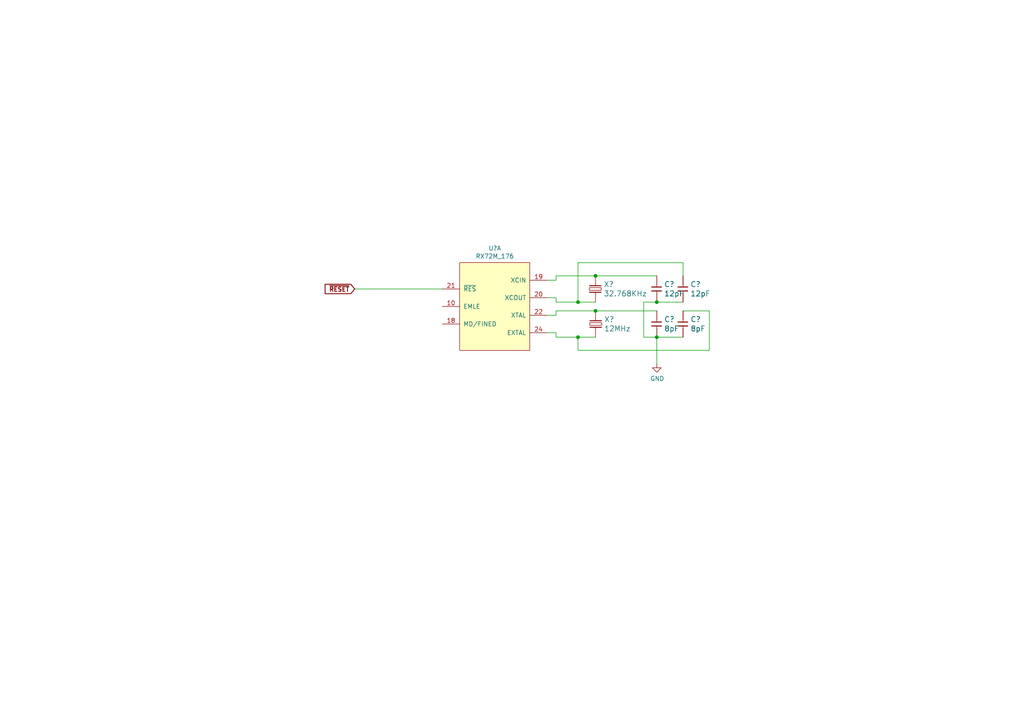
<source format=kicad_sch>
(kicad_sch (version 20211123) (generator eeschema)
  (paper "A4")
  (lib_symbols
    (symbol "akizuki:C" (pin_numbers hide) (pin_names (offset 1.016) hide)
      (property "Reference" "C" (at 2.54 2.54 0))
      (property "Value" "akizuki_C" (at -2.54 -2.54 0))
      (symbol "C_0_1"
        (rectangle (start -1.524 -0.508) (end 1.397 -0.635))
        (rectangle (start -1.524 0.635) (end 1.397 0.508))
        (rectangle (start 0 -0.635) (end 0 -1.27))
        (rectangle (start 0 1.27) (end 0 0.635))
      )
      (symbol "C_1_1"
        (pin passive line (at 0 -3.81 90) (length 2.54) (name "~") (number "1"))
        (pin passive line (at 0 3.81 270) (length 2.54) (name "~") (number "2"))
      )
    )
    (symbol "akizuki:CRYSTAL" (pin_numbers hide) (pin_names (offset 1.016) hide)
      (property "Reference" "X" (at 2.54 2.54 0))
      (property "Value" "akizuki_CRYSTAL" (at -2.54 -2.54 0))
      (symbol "CRYSTAL_0_0"
        (rectangle (start -1.778 0.381) (end 1.651 -0.381))
        (polyline (pts (xy 0 -1.016) (xy 0 -1.27)))
        (polyline (pts (xy 0 1.27) (xy 0 1.016)))
      )
      (symbol "CRYSTAL_0_1"
        (rectangle (start -1.778 -0.889) (end 1.651 -1.016))
        (rectangle (start -1.778 1.016) (end 1.651 0.889))
      )
      (symbol "CRYSTAL_1_1"
        (pin passive line (at 0 -3.81 90) (length 2.54) (name "~") (number "1"))
        (pin passive line (at 0 3.81 270) (length 2.54) (name "~") (number "2"))
      )
    )
    (symbol "power:GND" (power) (pin_names (offset 0))
      (property "Value" "GND" (at 0 -3.81 0))
      (symbol "GND_0_1"
        (polyline (pts (xy 0 0) (xy 0 -1.27) (xy 1.27 -1.27) (xy 0 -2.54) (xy -1.27 -1.27) (xy 0 -1.27)))
      )
      (symbol "GND_1_1"
        (pin power_in line (at 0 0 270) (length 0) hide (name "GND") (number "1"))
      )
    )
    (symbol "renesas:RX72M_176" (pin_names (offset 1.016))
      (property "Reference" "U" (at 0 53.34 0))
      (property "Value" "renesas_RX72M_176" (at 0 -53.34 0))
      (symbol "RX72M_176_1_1"
        (rectangle (start -10.16 12.7) (end 10.16 -12.7) (fill (type background)))
        (pin bidirectional line (at -15.24 0 0) (length 5.08) (name "EMLE") (number "10"))
        (pin bidirectional line (at -15.24 -5.08 0) (length 5.08) (name "MD/FINED") (number "18"))
        (pin passive line (at 15.24 7.62 180) (length 5.08) (name "XCIN") (number "19"))
        (pin passive line (at 15.24 2.54 180) (length 5.08) (name "XCOUT") (number "20"))
        (pin input line (at -15.24 5.08 0) (length 5.08) (name "~{RES}") (number "21"))
        (pin passive line (at 15.24 -2.54 180) (length 5.08) (name "XTAL") (number "22"))
        (pin passive line (at 15.24 -7.62 180) (length 5.08) (name "EXTAL") (number "24"))
      )
      (symbol "RX72M_176_2_1"
        (rectangle (start -10.16 52.07) (end 10.16 -52.07) (fill (type background)))
        (pin bidirectional line (at 15.24 41.91 180) (length 5.08) (name "P72") (number "101"))
        (pin bidirectional line (at 15.24 44.45 180) (length 5.08) (name "P71") (number "102"))
        (pin bidirectional line (at 15.24 3.81 180) (length 5.08) (name "P67") (number "120"))
        (pin bidirectional line (at 15.24 6.35 180) (length 5.08) (name "P66") (number "122"))
        (pin bidirectional line (at 15.24 8.89 180) (length 5.08) (name "P65") (number "124"))
        (pin bidirectional line (at 15.24 46.99 180) (length 5.08) (name "P70") (number "128"))
        (pin bidirectional line (at 15.24 11.43 180) (length 5.08) (name "P64") (number "136"))
        (pin bidirectional line (at 15.24 13.97 180) (length 5.08) (name "P63") (number "137"))
        (pin bidirectional line (at 15.24 16.51 180) (length 5.08) (name "P62") (number "138"))
        (pin bidirectional line (at 15.24 19.05 180) (length 5.08) (name "P61") (number "139"))
        (pin bidirectional line (at 15.24 21.59 180) (length 5.08) (name "P60") (number "141"))
        (pin bidirectional line (at 15.24 -46.99 180) (length 5.08) (name "P47") (number "165"))
        (pin bidirectional line (at 15.24 -44.45 180) (length 5.08) (name "P46") (number "166"))
        (pin bidirectional line (at 15.24 -41.91 180) (length 5.08) (name "P45") (number "167"))
        (pin bidirectional line (at 15.24 -39.37 180) (length 5.08) (name "P44") (number "168"))
        (pin bidirectional line (at 15.24 -36.83 180) (length 5.08) (name "P43") (number "169"))
        (pin bidirectional line (at 15.24 -34.29 180) (length 5.08) (name "P42") (number "170"))
        (pin bidirectional line (at 15.24 -31.75 180) (length 5.08) (name "P41") (number "171"))
        (pin bidirectional line (at 15.24 -29.21 180) (length 5.08) (name "P40") (number "173"))
        (pin bidirectional line (at -15.24 29.21 0) (length 5.08) (name "P07") (number "176"))
        (pin bidirectional line (at -15.24 34.29 0) (length 5.08) (name "P05") (number "2"))
        (pin bidirectional line (at -15.24 -41.91 0) (length 5.08) (name "P35") (number "26"))
        (pin bidirectional line (at -15.24 -39.37 0) (length 5.08) (name "P34") (number "27"))
        (pin bidirectional line (at -15.24 -36.83 0) (length 5.08) (name "P33") (number "28"))
        (pin bidirectional line (at -15.24 -34.29 0) (length 5.08) (name "P32") (number "29"))
        (pin bidirectional line (at -15.24 -31.75 0) (length 5.08) (name "P31") (number "32"))
        (pin bidirectional line (at -15.24 -29.21 0) (length 5.08) (name "P30") (number "33"))
        (pin bidirectional line (at -15.24 -21.59 0) (length 5.08) (name "P27") (number "36"))
        (pin bidirectional line (at -15.24 -19.05 0) (length 5.08) (name "P26") (number "37"))
        (pin bidirectional line (at -15.24 -16.51 0) (length 5.08) (name "P25") (number "38"))
        (pin bidirectional line (at -15.24 39.37 0) (length 5.08) (name "P03") (number "4"))
        (pin bidirectional line (at -15.24 -13.97 0) (length 5.08) (name "P24") (number "40"))
        (pin bidirectional line (at -15.24 -11.43 0) (length 5.08) (name "P23") (number "42"))
        (pin bidirectional line (at -15.24 -8.89 0) (length 5.08) (name "P22") (number "43"))
        (pin bidirectional line (at -15.24 -6.35 0) (length 5.08) (name "P21") (number "44"))
        (pin bidirectional line (at -15.24 -3.81 0) (length 5.08) (name "P20") (number "45"))
        (pin bidirectional line (at -15.24 3.81 0) (length 5.08) (name "P17") (number "46"))
        (pin bidirectional line (at -15.24 6.35 0) (length 5.08) (name "P16") (number "48"))
        (pin bidirectional line (at -15.24 8.89 0) (length 5.08) (name "P15") (number "50"))
        (pin bidirectional line (at -15.24 11.43 0) (length 5.08) (name "P14") (number "51"))
        (pin bidirectional line (at -15.24 13.97 0) (length 5.08) (name "P13") (number "52"))
        (pin bidirectional line (at -15.24 16.51 0) (length 5.08) (name "P12") (number "53"))
        (pin bidirectional line (at -15.24 41.91 0) (length 5.08) (name "P02") (number "6"))
        (pin bidirectional line (at 15.24 -21.59 180) (length 5.08) (name "P57") (number "63"))
        (pin bidirectional line (at 15.24 -19.05 180) (length 5.08) (name "P56") (number "64"))
        (pin bidirectional line (at 15.24 -16.51 180) (length 5.08) (name "P55") (number "65"))
        (pin bidirectional line (at 15.24 -13.97 180) (length 5.08) (name "P54") (number "66"))
        (pin bidirectional line (at -15.24 19.05 0) (length 5.08) (name "P11") (number "67"))
        (pin bidirectional line (at -15.24 21.59 0) (length 5.08) (name "P10") (number "68"))
        (pin bidirectional line (at 15.24 -11.43 180) (length 5.08) (name "P53") (number "69"))
        (pin bidirectional line (at -15.24 44.45 0) (length 5.08) (name "P01") (number "7"))
        (pin bidirectional line (at 15.24 -8.89 180) (length 5.08) (name "P52") (number "70"))
        (pin bidirectional line (at 15.24 -6.35 180) (length 5.08) (name "P51") (number "71"))
        (pin bidirectional line (at 15.24 -3.81 180) (length 5.08) (name "P50") (number "72"))
        (pin bidirectional line (at -15.24 46.99 0) (length 5.08) (name "P00") (number "8"))
        (pin bidirectional line (at 15.24 29.21 180) (length 5.08) (name "P77") (number "84"))
        (pin bidirectional line (at 15.24 31.75 180) (length 5.08) (name "P76") (number "85"))
        (pin bidirectional line (at 15.24 34.29 180) (length 5.08) (name "P75") (number "87"))
        (pin bidirectional line (at 15.24 36.83 180) (length 5.08) (name "P74") (number "88"))
        (pin bidirectional line (at 15.24 39.37 180) (length 5.08) (name "P73") (number "93"))
      )
      (symbol "RX72M_176_3_1"
        (rectangle (start -10.16 52.07) (end 10.16 -52.07) (fill (type background)))
        (pin bidirectional line (at -15.24 -31.75 0) (length 5.08) (name "PB1") (number "100"))
        (pin bidirectional line (at -15.24 -29.21 0) (length 5.08) (name "PB0") (number "104"))
        (pin bidirectional line (at -15.24 -21.59 0) (length 5.08) (name "PA7") (number "106"))
        (pin bidirectional line (at -15.24 -19.05 0) (length 5.08) (name "PA6") (number "107"))
        (pin bidirectional line (at -15.24 -16.51 0) (length 5.08) (name "PA5") (number "108"))
        (pin bidirectional line (at -15.24 -13.97 0) (length 5.08) (name "PA4") (number "109"))
        (pin bidirectional line (at -15.24 -11.43 0) (length 5.08) (name "PA3") (number "110"))
        (pin bidirectional line (at -15.24 -8.89 0) (length 5.08) (name "PA2") (number "112"))
        (pin bidirectional line (at -15.24 -6.35 0) (length 5.08) (name "PA1") (number "114"))
        (pin bidirectional line (at -15.24 -3.81 0) (length 5.08) (name "PA0") (number "118"))
        (pin bidirectional line (at 15.24 3.81 180) (length 5.08) (name "PE7") (number "125"))
        (pin bidirectional line (at 15.24 6.35 180) (length 5.08) (name "PE6") (number "126"))
        (pin bidirectional line (at 15.24 8.89 180) (length 5.08) (name "PE5") (number "130"))
        (pin bidirectional line (at 15.24 11.43 180) (length 5.08) (name "PE4") (number "131"))
        (pin bidirectional line (at 15.24 13.97 180) (length 5.08) (name "PE3") (number "132"))
        (pin bidirectional line (at 15.24 16.51 180) (length 5.08) (name "PE2") (number "133"))
        (pin bidirectional line (at 15.24 19.05 180) (length 5.08) (name "PE1") (number "134"))
        (pin bidirectional line (at 15.24 21.59 180) (length 5.08) (name "PE0") (number "135"))
        (pin bidirectional line (at 15.24 -21.59 180) (length 5.08) (name "PD7") (number "143"))
        (pin bidirectional line (at 15.24 -19.05 180) (length 5.08) (name "PD6") (number "145"))
        (pin bidirectional line (at 15.24 -16.51 180) (length 5.08) (name "PD5") (number "147"))
        (pin bidirectional line (at 15.24 -13.97 180) (length 5.08) (name "PD4") (number "148"))
        (pin bidirectional line (at -15.24 3.81 0) (length 5.08) (name "P97") (number "149"))
        (pin bidirectional line (at 15.24 -11.43 180) (length 5.08) (name "PD3") (number "150"))
        (pin bidirectional line (at -15.24 6.35 0) (length 5.08) (name "P96") (number "152"))
        (pin bidirectional line (at 15.24 -8.89 180) (length 5.08) (name "PD2") (number "154"))
        (pin bidirectional line (at -15.24 8.89 0) (length 5.08) (name "P95") (number "155"))
        (pin bidirectional line (at 15.24 -6.35 180) (length 5.08) (name "PD1") (number "156"))
        (pin bidirectional line (at -15.24 11.43 0) (length 5.08) (name "P94") (number "157"))
        (pin bidirectional line (at 15.24 -3.81 180) (length 5.08) (name "PD0") (number "158"))
        (pin bidirectional line (at -15.24 13.97 0) (length 5.08) (name "P93") (number "159"))
        (pin bidirectional line (at -15.24 16.51 0) (length 5.08) (name "P92") (number "160"))
        (pin bidirectional line (at -15.24 19.05 0) (length 5.08) (name "P91") (number "161"))
        (pin bidirectional line (at -15.24 21.59 0) (length 5.08) (name "P90") (number "163"))
        (pin bidirectional line (at 15.24 36.83 180) (length 5.08) (name "PF4") (number "17"))
        (pin bidirectional line (at 15.24 39.37 180) (length 5.08) (name "PF3") (number "30"))
        (pin bidirectional line (at 15.24 41.91 180) (length 5.08) (name "PF2") (number "31"))
        (pin bidirectional line (at 15.24 44.45 180) (length 5.08) (name "PF1") (number "34"))
        (pin bidirectional line (at 15.24 46.99 180) (length 5.08) (name "PF0") (number "35"))
        (pin bidirectional line (at -15.24 29.21 0) (length 5.08) (name "P87") (number "47"))
        (pin bidirectional line (at -15.24 31.75 0) (length 5.08) (name "P86") (number "49"))
        (pin bidirectional line (at -15.24 34.29 0) (length 5.08) (name "P85") (number "61"))
        (pin bidirectional line (at -15.24 36.83 0) (length 5.08) (name "P84") (number "62"))
        (pin bidirectional line (at -15.24 39.37 0) (length 5.08) (name "P83") (number "74"))
        (pin bidirectional line (at 15.24 -46.99 180) (length 5.08) (name "PC7") (number "76"))
        (pin bidirectional line (at 15.24 -44.45 180) (length 5.08) (name "PC6") (number "77"))
        (pin bidirectional line (at 15.24 -41.91 180) (length 5.08) (name "PC5") (number "78"))
        (pin bidirectional line (at -15.24 41.91 0) (length 5.08) (name "P82") (number "79"))
        (pin bidirectional line (at -15.24 44.45 0) (length 5.08) (name "P81") (number "80"))
        (pin bidirectional line (at -15.24 46.99 0) (length 5.08) (name "P80") (number "81"))
        (pin bidirectional line (at 15.24 -39.37 180) (length 5.08) (name "PC4") (number "82"))
        (pin bidirectional line (at 15.24 -36.83 180) (length 5.08) (name "PC3") (number "83"))
        (pin bidirectional line (at 15.24 -34.29 180) (length 5.08) (name "PC2") (number "86"))
        (pin bidirectional line (at 15.24 -31.75 180) (length 5.08) (name "PC1") (number "89"))
        (pin bidirectional line (at 15.24 34.29 180) (length 5.08) (name "PF5") (number "9"))
        (pin bidirectional line (at 15.24 -29.21 180) (length 5.08) (name "PC0") (number "91"))
        (pin bidirectional line (at -15.24 -46.99 0) (length 5.08) (name "PB7") (number "94"))
        (pin bidirectional line (at -15.24 -44.45 0) (length 5.08) (name "PB6") (number "95"))
        (pin bidirectional line (at -15.24 -41.91 0) (length 5.08) (name "PB5") (number "96"))
        (pin bidirectional line (at -15.24 -39.37 0) (length 5.08) (name "PB4") (number "97"))
        (pin bidirectional line (at -15.24 -36.83 0) (length 5.08) (name "PB3") (number "98"))
        (pin bidirectional line (at -15.24 -34.29 0) (length 5.08) (name "PB2") (number "99"))
      )
      (symbol "RX72M_176_4_1"
        (rectangle (start -10.16 13.97) (end 10.16 -13.97) (fill (type background)))
        (pin bidirectional line (at 15.24 -3.81 180) (length 5.08) (name "PJ5") (number "11"))
        (pin bidirectional line (at -15.24 -8.89 0) (length 5.08) (name "PG7") (number "111"))
        (pin bidirectional line (at -15.24 -6.35 0) (length 5.08) (name "PG6") (number "113"))
        (pin bidirectional line (at -15.24 -3.81 0) (length 5.08) (name "PG5") (number "116"))
        (pin bidirectional line (at -15.24 -1.27 0) (length 5.08) (name "PG4") (number "119"))
        (pin bidirectional line (at -15.24 1.27 0) (length 5.08) (name "PG3") (number "121"))
        (pin bidirectional line (at -15.24 3.81 0) (length 5.08) (name "PG2") (number "123"))
        (pin bidirectional line (at 15.24 1.27 180) (length 5.08) (name "PJ3") (number "13"))
        (pin bidirectional line (at -15.24 6.35 0) (length 5.08) (name "PG1") (number "144"))
        (pin bidirectional line (at -15.24 8.89 0) (length 5.08) (name "PG0") (number "146"))
        (pin bidirectional line (at 15.24 3.81 180) (length 5.08) (name "PJ2") (number "58"))
        (pin bidirectional line (at 15.24 6.35 180) (length 5.08) (name "PJ1") (number "59"))
        (pin bidirectional line (at 15.24 8.89 180) (length 5.08) (name "PJ0") (number "60"))
      )
      (symbol "RX72M_176_5_1"
        (rectangle (start -10.16 13.97) (end 10.16 -13.97) (fill (type background)))
        (pin input line (at -15.24 8.89 0) (length 5.08) (name "VCC_USB") (number "54"))
        (pin input line (at -15.24 -1.27 0) (length 5.08) (name "USB0_DM") (number "55"))
        (pin input line (at -15.24 1.27 0) (length 5.08) (name "USB0_DP") (number "56"))
        (pin input line (at -15.24 -8.89 0) (length 5.08) (name "VSS_USB") (number "57"))
      )
      (symbol "RX72M_176_6_1"
        (rectangle (start -20.32 20.32) (end 20.32 -20.32) (fill (type background)))
        (pin input line (at 25.4 -7.62 180) (length 5.08) (name "AVSS0") (number "1"))
        (pin power_in line (at -1.27 25.4 270) (length 5.08) (name "VCC") (number "103"))
        (pin power_in line (at 0 -25.4 90) (length 5.08) (name "VSS") (number "105"))
        (pin power_in line (at 1.27 25.4 270) (length 5.08) (name "VCC") (number "115"))
        (pin power_in line (at 2.54 -25.4 90) (length 5.08) (name "VSS") (number "117"))
        (pin power_in line (at -12.7 -25.4 90) (length 5.08) (name "VSS") (number "12"))
        (pin power_in line (at 3.81 25.4 270) (length 5.08) (name "VCC") (number "127"))
        (pin power_in line (at 5.08 -25.4 90) (length 5.08) (name "VSS") (number "129"))
        (pin input line (at -25.4 5.08 0) (length 5.08) (name "VCL") (number "14"))
        (pin power_in line (at 7.62 -25.4 90) (length 5.08) (name "VSS") (number "140"))
        (pin power_in line (at 6.35 25.4 270) (length 5.08) (name "VCC") (number "142"))
        (pin input line (at -25.4 -5.08 0) (length 5.08) (name "VBATT") (number "15"))
        (pin power_in line (at 10.16 -25.4 90) (length 5.08) (name "VSS") (number "151"))
        (pin power_in line (at 8.89 25.4 270) (length 5.08) (name "VCC") (number "153"))
        (pin no_connect line (at -25.4 -12.7 0) (length 5.08) (name "NC") (number "16"))
        (pin power_in line (at 12.7 -25.4 90) (length 5.08) (name "VSS") (number "162"))
        (pin power_in line (at 11.43 25.4 270) (length 5.08) (name "VCC") (number "164"))
        (pin input line (at 25.4 -2.54 180) (length 5.08) (name "VREFL0") (number "172"))
        (pin input line (at 25.4 2.54 180) (length 5.08) (name "VREFH0") (number "174"))
        (pin input line (at 25.4 10.16 180) (length 5.08) (name "AVCC0") (number "175"))
        (pin power_in line (at -10.16 -25.4 90) (length 5.08) (name "VSS") (number "23"))
        (pin power_in line (at -11.43 25.4 270) (length 5.08) (name "VCC") (number "25"))
        (pin input line (at 25.4 7.62 180) (length 5.08) (name "AVCC1") (number "3"))
        (pin power_in line (at -8.89 25.4 270) (length 5.08) (name "VCC") (number "39"))
        (pin power_in line (at -7.62 -25.4 90) (length 5.08) (name "VSS") (number "41"))
        (pin input line (at 25.4 -10.16 180) (length 5.08) (name "AVSS1") (number "5"))
        (pin power_in line (at -5.08 -25.4 90) (length 5.08) (name "VSS") (number "73"))
        (pin power_in line (at -6.35 25.4 270) (length 5.08) (name "VCC") (number "75"))
        (pin power_in line (at -3.81 25.4 270) (length 5.08) (name "VCC") (number "90"))
        (pin power_in line (at -2.54 -25.4 90) (length 5.08) (name "VSS") (number "92"))
      )
    )
  )
  (junction (at 190.5 97.79))
  (junction (at 172.72 80.01))
  (junction (at 167.64 87.63))
  (junction (at 190.5 87.63))
  (junction (at 172.72 90.17))
  (junction (at 167.64 97.79))
  (wire (pts (xy 161.29 91.44) (xy 161.29 90.17)))
  (wire (pts (xy 205.74 101.6) (xy 205.74 90.17)))
  (wire (pts (xy 190.5 97.79) (xy 198.12 97.79)))
  (wire (pts (xy 161.29 97.79) (xy 167.64 97.79)))
  (wire (pts (xy 167.64 76.2) (xy 198.12 76.2)))
  (wire (pts (xy 161.29 81.28) (xy 161.29 80.01)))
  (wire (pts (xy 190.5 87.63) (xy 198.12 87.63)))
  (wire (pts (xy 172.72 80.01) (xy 190.5 80.01)))
  (wire (pts (xy 161.29 87.63) (xy 167.64 87.63)))
  (wire (pts (xy 161.29 86.36) (xy 161.29 87.63)))
  (wire (pts (xy 167.64 97.79) (xy 172.72 97.79)))
  (wire (pts (xy 158.75 86.36) (xy 161.29 86.36)))
  (wire (pts (xy 158.75 91.44) (xy 161.29 91.44)))
  (wire (pts (xy 186.69 97.79) (xy 190.5 97.79)))
  (wire (pts (xy 158.75 96.52) (xy 161.29 96.52)))
  (wire (pts (xy 161.29 96.52) (xy 161.29 97.79)))
  (wire (pts (xy 198.12 76.2) (xy 198.12 80.01)))
  (wire (pts (xy 167.64 87.63) (xy 167.64 76.2)))
  (wire (pts (xy 186.69 87.63) (xy 186.69 97.79)))
  (wire (pts (xy 172.72 90.17) (xy 190.5 90.17)))
  (wire (pts (xy 128.27 83.82) (xy 102.87 83.82)))
  (wire (pts (xy 167.64 87.63) (xy 172.72 87.63)))
  (wire (pts (xy 190.5 87.63) (xy 186.69 87.63)))
  (wire (pts (xy 167.64 97.79) (xy 167.64 101.6)))
  (wire (pts (xy 167.64 101.6) (xy 205.74 101.6)))
  (wire (pts (xy 158.75 81.28) (xy 161.29 81.28)))
  (wire (pts (xy 161.29 80.01) (xy 172.72 80.01)))
  (wire (pts (xy 161.29 90.17) (xy 172.72 90.17)))
  (wire (pts (xy 205.74 90.17) (xy 198.12 90.17)))
  (wire (pts (xy 190.5 97.79) (xy 190.5 105.41)))
  (global_label "~{RESET}" (shape input) (at 102.87 83.82 180) (effects (font (thickness 0.254) bold)) (property "Intersheet References" "${INTERSHEET_REFS}" (effects hide)))
  (symbol (lib_id "renesas:RX72M_176") (at 143.51 88.9 0) (unit 1)
    (property "Reference" "U?" (at 143.51 72.009 0))
    (property "Value" "RX72M_176" (at 143.51 74.3204 0))
    (property "Footprint" "Package_QFP:LQFP-176_24x24mm_P0.5mm" (effects hide))
  )
  (symbol (lib_id "akizuki:CRYSTAL") (at 172.72 93.98 180) (unit 1)
    (property "Reference" "X?" (at 175.1838 92.6338 0) (effects (font (size 1.524 1.524)) (justify right)))
    (property "Value" "12MHz" (at 175.1838 95.3262 0) (effects (font (size 1.524 1.524)) (justify right)))
  )
  (symbol (lib_id "akizuki:CRYSTAL") (at 172.72 83.82 0) (unit 1)
    (property "Reference" "X?" (at 175.0568 82.4738 0) (effects (font (size 1.524 1.524)) (justify left)))
    (property "Value" "32.768KHz" (at 175.0568 85.1662 0) (effects (font (size 1.524 1.524)) (justify left)))
  )
  (symbol (lib_id "akizuki:C") (at 190.5 83.82 0) (unit 1)
    (property "Reference" "C?" (at 192.5828 82.4738 0) (effects (font (size 1.524 1.524)) (justify left)))
    (property "Value" "12pF" (at 192.5828 85.1662 0) (effects (font (size 1.524 1.524)) (justify left)))
  )
  (symbol (lib_id "akizuki:C") (at 198.12 83.82 0) (unit 1)
    (property "Reference" "C?" (at 200.2028 82.4738 0) (effects (font (size 1.524 1.524)) (justify left)))
    (property "Value" "12pF" (at 200.2028 85.1662 0) (effects (font (size 1.524 1.524)) (justify left)))
  )
  (symbol (lib_id "akizuki:C") (at 190.5 93.98 0) (unit 1)
    (property "Reference" "C?" (at 192.6082 92.6338 0) (effects (font (size 1.524 1.524)) (justify left)))
    (property "Value" "8pF" (at 192.6082 95.3262 0) (effects (font (size 1.524 1.524)) (justify left)))
  )
  (symbol (lib_id "akizuki:C") (at 198.12 93.98 0) (unit 1)
    (property "Reference" "C?" (at 200.2282 92.6338 0) (effects (font (size 1.524 1.524)) (justify left)))
    (property "Value" "8pF" (at 200.2282 95.3262 0) (effects (font (size 1.524 1.524)) (justify left)))
  )
  (symbol (lib_id "power:GND") (at 190.5 105.41 0) (unit 1)
    (property "Reference" "#PWR?" (effects hide))
    (property "Value" "GND" (at 190.627 109.8042 0))
  )
)
</source>
